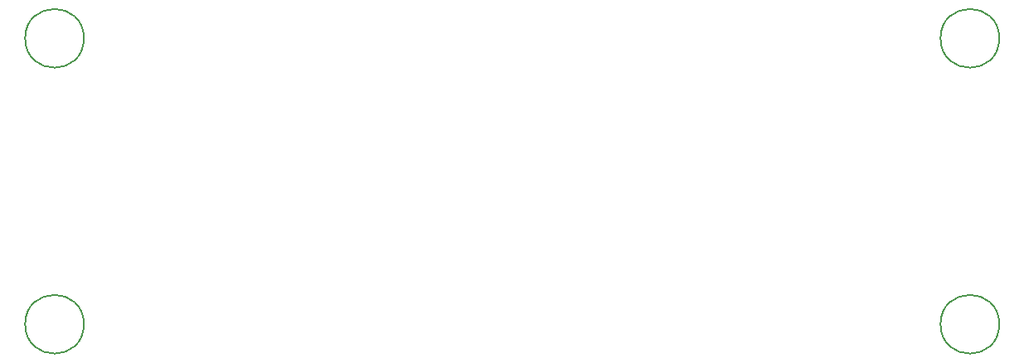
<source format=gbr>
%TF.GenerationSoftware,KiCad,Pcbnew,(5.1.9-0-10_14)*%
%TF.CreationDate,2021-05-20T01:37:57-04:00*%
%TF.ProjectId,REGISTER,52454749-5354-4455-922e-6b696361645f,rev?*%
%TF.SameCoordinates,Original*%
%TF.FileFunction,Other,Comment*%
%FSLAX46Y46*%
G04 Gerber Fmt 4.6, Leading zero omitted, Abs format (unit mm)*
G04 Created by KiCad (PCBNEW (5.1.9-0-10_14)) date 2021-05-20 01:37:57*
%MOMM*%
%LPD*%
G01*
G04 APERTURE LIST*
%ADD10C,0.150000*%
G04 APERTURE END LIST*
D10*
%TO.C,REF\u002A\u002A*%
X162766000Y-69342000D02*
G75*
G03*
X162766000Y-69342000I-3000000J0D01*
G01*
X162766000Y-98552000D02*
G75*
G03*
X162766000Y-98552000I-3000000J0D01*
G01*
X69294000Y-98552000D02*
G75*
G03*
X69294000Y-98552000I-3000000J0D01*
G01*
X69294000Y-69342000D02*
G75*
G03*
X69294000Y-69342000I-3000000J0D01*
G01*
%TD*%
M02*

</source>
